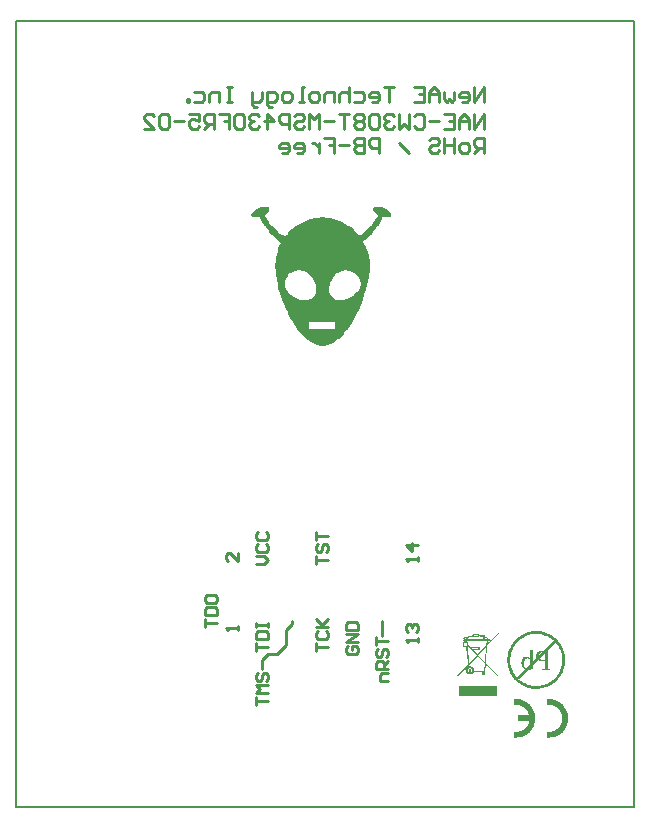
<source format=gbo>
G04 Layer_Color=32896*
%FSLAX25Y25*%
%MOIN*%
G70*
G01*
G75*
%ADD18C,0.01000*%
%ADD20C,0.00500*%
G36*
X278041Y135877D02*
X278516Y135820D01*
X278967Y135727D01*
X279395Y135600D01*
X279800Y135461D01*
X280170Y135299D01*
X280529Y135125D01*
X280841Y134952D01*
X281131Y134778D01*
X281385Y134605D01*
X281605Y134443D01*
X281790Y134304D01*
X281929Y134177D01*
X282033Y134084D01*
X282102Y134026D01*
X282126Y134003D01*
X282461Y133644D01*
X282750Y133263D01*
X283005Y132881D01*
X283213Y132499D01*
X283398Y132106D01*
X283549Y131735D01*
X283676Y131365D01*
X283780Y131018D01*
X283850Y130694D01*
X283907Y130393D01*
X283954Y130127D01*
X283977Y129896D01*
X283988Y129792D01*
X284000Y129699D01*
Y129630D01*
X284012Y129560D01*
Y129514D01*
Y129479D01*
Y129456D01*
Y129445D01*
X283988Y128958D01*
X283931Y128484D01*
X283838Y128033D01*
X283711Y127605D01*
X283572Y127200D01*
X283410Y126830D01*
X283248Y126483D01*
X283063Y126159D01*
X282889Y125881D01*
X282727Y125626D01*
X282565Y125407D01*
X282415Y125221D01*
X282299Y125083D01*
X282207Y124967D01*
X282149Y124909D01*
X282126Y124886D01*
X281767Y124550D01*
X281385Y124261D01*
X281003Y124007D01*
X280610Y123798D01*
X280228Y123613D01*
X279846Y123463D01*
X279476Y123336D01*
X279129Y123231D01*
X278805Y123162D01*
X278504Y123104D01*
X278238Y123058D01*
X278007Y123035D01*
X277903Y123023D01*
X277810Y123012D01*
X277741D01*
X277671Y123000D01*
X277312D01*
X277208Y123012D01*
X277023D01*
X276965Y123023D01*
X276908D01*
Y124978D01*
X277127Y124955D01*
X277243Y124944D01*
X277336D01*
X277428Y124932D01*
X277555D01*
X277903Y124944D01*
X278227Y124990D01*
X278539Y125059D01*
X278840Y125141D01*
X279117Y125233D01*
X279384Y125349D01*
X279626Y125464D01*
X279846Y125592D01*
X280055Y125719D01*
X280228Y125835D01*
X280379Y125950D01*
X280506Y126043D01*
X280610Y126136D01*
X280691Y126193D01*
X280737Y126240D01*
X280749Y126251D01*
X280980Y126506D01*
X281189Y126772D01*
X281362Y127038D01*
X281512Y127316D01*
X281640Y127582D01*
X281744Y127848D01*
X281836Y128102D01*
X281906Y128345D01*
X281952Y128577D01*
X281998Y128785D01*
X282021Y128970D01*
X282045Y129132D01*
X282056Y129259D01*
X282068Y129364D01*
Y129421D01*
Y129445D01*
X282056Y129792D01*
X282010Y130116D01*
X281941Y130439D01*
X281859Y130740D01*
X281767Y131018D01*
X281651Y131284D01*
X281536Y131527D01*
X281408Y131747D01*
X281281Y131944D01*
X281165Y132117D01*
X281050Y132279D01*
X280957Y132406D01*
X280865Y132499D01*
X280807Y132580D01*
X280760Y132626D01*
X280749Y132638D01*
X280494Y132869D01*
X280228Y133078D01*
X279962Y133251D01*
X279684Y133413D01*
X279418Y133540D01*
X279152Y133644D01*
X278898Y133737D01*
X278655Y133806D01*
X278423Y133853D01*
X278215Y133899D01*
X278030Y133934D01*
X277868Y133945D01*
X277741Y133957D01*
X277637Y133968D01*
X277555D01*
X277312Y133957D01*
X277208D01*
X277104Y133945D01*
X277023Y133934D01*
X276965D01*
X276919Y133922D01*
X276908D01*
Y135866D01*
X277127Y135889D01*
X277232D01*
X277336Y135900D01*
X277555D01*
X278041Y135877D01*
D02*
G37*
G36*
X267073D02*
X267547Y135820D01*
X267999Y135727D01*
X268427Y135600D01*
X268832Y135461D01*
X269202Y135299D01*
X269549Y135125D01*
X269873Y134952D01*
X270151Y134778D01*
X270405Y134605D01*
X270625Y134443D01*
X270810Y134304D01*
X270949Y134177D01*
X271065Y134084D01*
X271123Y134026D01*
X271146Y134003D01*
X271481Y133644D01*
X271771Y133263D01*
X272025Y132881D01*
X272233Y132499D01*
X272418Y132106D01*
X272569Y131735D01*
X272696Y131365D01*
X272800Y131018D01*
X272870Y130694D01*
X272927Y130393D01*
X272974Y130127D01*
X272997Y129896D01*
X273008Y129792D01*
X273020Y129699D01*
Y129630D01*
X273032Y129560D01*
Y129514D01*
Y129479D01*
Y129456D01*
Y129445D01*
X273008Y128958D01*
X272951Y128484D01*
X272858Y128033D01*
X272731Y127605D01*
X272592Y127200D01*
X272430Y126830D01*
X272268Y126483D01*
X272083Y126159D01*
X271909Y125881D01*
X271747Y125626D01*
X271585Y125407D01*
X271435Y125221D01*
X271319Y125083D01*
X271227Y124967D01*
X271169Y124909D01*
X271146Y124886D01*
X270787Y124550D01*
X270405Y124261D01*
X270023Y124007D01*
X269642Y123798D01*
X269248Y123613D01*
X268878Y123463D01*
X268508Y123336D01*
X268161Y123231D01*
X267837Y123162D01*
X267536Y123104D01*
X267270Y123058D01*
X267038Y123035D01*
X266934Y123023D01*
X266842Y123012D01*
X266772D01*
X266703Y123000D01*
X266344D01*
X266240Y123012D01*
X266055D01*
X265997Y123023D01*
X265939D01*
X265951Y124978D01*
X266171Y124955D01*
X266275Y124944D01*
X266379D01*
X266460Y124932D01*
X266587D01*
X266876Y124944D01*
X267166Y124978D01*
X267443Y125025D01*
X267698Y125083D01*
X267952Y125164D01*
X268184Y125245D01*
X268404Y125337D01*
X268600Y125430D01*
X268785Y125522D01*
X268947Y125615D01*
X269086Y125696D01*
X269202Y125777D01*
X269295Y125835D01*
X269364Y125881D01*
X269410Y125916D01*
X269422Y125927D01*
X269642Y126124D01*
X269850Y126321D01*
X270023Y126529D01*
X270185Y126749D01*
X270336Y126957D01*
X270463Y127177D01*
X270579Y127385D01*
X270671Y127582D01*
X270752Y127767D01*
X270822Y127940D01*
X270880Y128091D01*
X270926Y128230D01*
X270961Y128334D01*
X270984Y128415D01*
X270995Y128461D01*
Y128484D01*
X267224D01*
Y130416D01*
X270995D01*
X270926Y130706D01*
X270833Y130972D01*
X270729Y131238D01*
X270614Y131481D01*
X270486Y131701D01*
X270359Y131909D01*
X270220Y132106D01*
X270093Y132279D01*
X269966Y132441D01*
X269838Y132580D01*
X269734Y132696D01*
X269630Y132788D01*
X269549Y132869D01*
X269491Y132927D01*
X269445Y132962D01*
X269433Y132973D01*
X269190Y133147D01*
X268947Y133297D01*
X268705Y133436D01*
X268461Y133552D01*
X268218Y133644D01*
X267987Y133725D01*
X267756Y133795D01*
X267536Y133841D01*
X267339Y133887D01*
X267154Y133911D01*
X266992Y133934D01*
X266853Y133957D01*
X266738D01*
X266657Y133968D01*
X266587D01*
X266344Y133957D01*
X266240D01*
X266136Y133945D01*
X266055Y133934D01*
X265997D01*
X265951Y133922D01*
X265939D01*
Y135866D01*
X266078Y135877D01*
X266194Y135889D01*
X266309D01*
X266402Y135900D01*
X266587D01*
X267073Y135877D01*
D02*
G37*
G36*
X273698Y158573D02*
X274068Y158550D01*
X274427Y158515D01*
X274774Y158457D01*
X275121Y158399D01*
X275445Y158318D01*
X276093Y158145D01*
X276694Y157925D01*
X277261Y157682D01*
X277782Y157428D01*
X278025Y157300D01*
X278256Y157161D01*
X278476Y157034D01*
X278684Y156895D01*
X278881Y156768D01*
X279066Y156641D01*
X279240Y156514D01*
X279402Y156398D01*
X279541Y156282D01*
X279668Y156178D01*
X279784Y156086D01*
X279888Y156005D01*
X279980Y155923D01*
X280050Y155866D01*
X280107Y155808D01*
X280142Y155773D01*
X280165Y155750D01*
X280177Y155738D01*
X280432Y155472D01*
X280674Y155195D01*
X280894Y154917D01*
X281114Y154628D01*
X281299Y154338D01*
X281484Y154061D01*
X281658Y153760D01*
X281808Y153471D01*
X281947Y153181D01*
X282086Y152892D01*
X282306Y152325D01*
X282503Y151781D01*
X282641Y151261D01*
X282769Y150763D01*
X282815Y150532D01*
X282850Y150312D01*
X282884Y150115D01*
X282919Y149919D01*
X282942Y149734D01*
X282954Y149572D01*
X282965Y149421D01*
X282977Y149294D01*
X282988Y149178D01*
Y149074D01*
X283000Y149005D01*
Y148947D01*
Y148912D01*
Y148900D01*
X282988Y148530D01*
X282965Y148160D01*
X282931Y147801D01*
X282873Y147454D01*
X282815Y147107D01*
X282734Y146783D01*
X282560Y146135D01*
X282341Y145534D01*
X282109Y144967D01*
X281855Y144446D01*
X281716Y144203D01*
X281589Y143972D01*
X281461Y143752D01*
X281322Y143544D01*
X281195Y143347D01*
X281068Y143162D01*
X280952Y142988D01*
X280836Y142826D01*
X280721Y142687D01*
X280617Y142560D01*
X280524Y142445D01*
X280432Y142340D01*
X280362Y142248D01*
X280293Y142178D01*
X280246Y142121D01*
X280212Y142086D01*
X280188Y142063D01*
X280177Y142051D01*
X279911Y141797D01*
X279633Y141554D01*
X279356Y141322D01*
X279066Y141114D01*
X278777Y140917D01*
X278488Y140732D01*
X278199Y140570D01*
X277909Y140408D01*
X277620Y140269D01*
X277331Y140142D01*
X276764Y139911D01*
X276208Y139725D01*
X275688Y139575D01*
X275202Y139459D01*
X274970Y139402D01*
X274751Y139367D01*
X274542Y139332D01*
X274346Y139309D01*
X274161Y139274D01*
X273998Y139263D01*
X273848Y139251D01*
X273721Y139240D01*
X273605Y139228D01*
X273501D01*
X273432Y139216D01*
X273327D01*
X272957Y139228D01*
X272587Y139251D01*
X272228Y139286D01*
X271881Y139344D01*
X271546Y139402D01*
X271210Y139483D01*
X270574Y139656D01*
X269972Y139876D01*
X269405Y140119D01*
X268885Y140374D01*
X268642Y140501D01*
X268410Y140640D01*
X268190Y140767D01*
X267982Y140894D01*
X267785Y141033D01*
X267600Y141160D01*
X267427Y141276D01*
X267265Y141392D01*
X267126Y141507D01*
X266999Y141611D01*
X266883Y141704D01*
X266779Y141785D01*
X266686Y141866D01*
X266617Y141935D01*
X266559Y141982D01*
X266524Y142016D01*
X266501Y142040D01*
X266490Y142051D01*
X266235Y142317D01*
X265992Y142595D01*
X265761Y142873D01*
X265552Y143162D01*
X265356Y143451D01*
X265171Y143740D01*
X264997Y144030D01*
X264847Y144319D01*
X264696Y144608D01*
X264569Y144897D01*
X264338Y145464D01*
X264153Y146020D01*
X264002Y146540D01*
X263886Y147026D01*
X263828Y147258D01*
X263794Y147477D01*
X263759Y147686D01*
X263724Y147882D01*
X263701Y148067D01*
X263690Y148230D01*
X263678Y148380D01*
X263667Y148507D01*
X263655Y148623D01*
X263643Y148727D01*
Y148796D01*
Y148854D01*
Y148889D01*
Y148900D01*
X263655Y149271D01*
X263678Y149641D01*
X263713Y150000D01*
X263771Y150347D01*
X263828Y150682D01*
X263910Y151018D01*
X264083Y151654D01*
X264303Y152256D01*
X264546Y152823D01*
X264800Y153343D01*
X264928Y153586D01*
X265067Y153818D01*
X265194Y154038D01*
X265333Y154246D01*
X265460Y154443D01*
X265587Y154628D01*
X265714Y154801D01*
X265830Y154963D01*
X265946Y155102D01*
X266050Y155229D01*
X266143Y155345D01*
X266224Y155449D01*
X266304Y155542D01*
X266362Y155611D01*
X266420Y155669D01*
X266455Y155704D01*
X266478Y155727D01*
X266490Y155738D01*
X266756Y155993D01*
X267033Y156236D01*
X267311Y156467D01*
X267600Y156676D01*
X267890Y156872D01*
X268167Y157057D01*
X268468Y157231D01*
X268757Y157381D01*
X269047Y157532D01*
X269336Y157659D01*
X269903Y157890D01*
X270446Y158076D01*
X270967Y158226D01*
X271465Y158342D01*
X271696Y158399D01*
X271916Y158434D01*
X272113Y158469D01*
X272309Y158504D01*
X272494Y158527D01*
X272656Y158538D01*
X272807Y158550D01*
X272934Y158562D01*
X273050Y158573D01*
X273154Y158585D01*
X273327D01*
X273698Y158573D01*
D02*
G37*
G36*
X261000Y157722D02*
X257078Y153638D01*
X256962Y152539D01*
X256719Y149866D01*
X256522Y147945D01*
X260722Y143630D01*
X260433Y143352D01*
X256488Y147401D01*
X256256Y144914D01*
X256129D01*
Y143965D01*
X255250D01*
Y144914D01*
X252531D01*
X252427Y144729D01*
X252299Y144544D01*
X252103Y144335D01*
X251848Y144162D01*
X251559Y144069D01*
X251281Y144035D01*
X250992Y144046D01*
X250784Y144104D01*
X250541Y144208D01*
X250332Y144335D01*
X250170Y144497D01*
X250009Y144729D01*
X249893Y144983D01*
X249823Y145226D01*
X249800Y145423D01*
X249823Y145666D01*
X249858Y145851D01*
X249927Y146025D01*
X250032Y146221D01*
X250147Y146383D01*
X250309Y146534D01*
X250483Y146649D01*
X250645Y146730D01*
X250622Y146939D01*
X247162Y143352D01*
X246873Y143641D01*
X250587Y147482D01*
X250286Y150838D01*
X250078Y153267D01*
X248967D01*
Y154829D01*
X249256D01*
X246445Y157722D01*
X246734Y158000D01*
X249384Y155269D01*
Y155466D01*
X249326Y155512D01*
X249256Y155558D01*
X249187Y155628D01*
X249118Y155709D01*
X249083Y155813D01*
X249048Y155905D01*
X249037Y156021D01*
X249060Y156172D01*
X249095Y156253D01*
X249199Y156414D01*
X249314Y156519D01*
X249465Y156588D01*
X249627Y156611D01*
X249789Y156588D01*
X249927Y156530D01*
X250043Y156461D01*
X250101Y156391D01*
X250205Y156484D01*
X250379Y156600D01*
X250587Y156704D01*
X250888Y156819D01*
X251212Y156912D01*
X251536Y156981D01*
X251883Y157039D01*
X252161Y157074D01*
Y157421D01*
X254382D01*
Y157120D01*
X254556D01*
X254845Y157086D01*
X255146Y157051D01*
X255435Y157004D01*
Y157190D01*
X256395D01*
Y156738D01*
X256511Y156681D01*
X256661Y156611D01*
X256835Y156507D01*
X256974Y156414D01*
X257101Y156299D01*
X257193Y156218D01*
X257251Y156137D01*
X257298Y156044D01*
X257275Y155882D01*
X257830D01*
Y155176D01*
X257217D01*
X257124Y154262D01*
X260711Y158000D01*
X261000Y157722D01*
D02*
G37*
G36*
X221161Y299693D02*
X222366D01*
Y299392D01*
X222969D01*
Y299091D01*
X223571D01*
Y298790D01*
X223873D01*
Y298488D01*
X224174D01*
Y298187D01*
X224475D01*
Y297886D01*
X224777D01*
Y297584D01*
Y297283D01*
Y296982D01*
Y296680D01*
X224475D01*
Y296379D01*
X222065D01*
Y296078D01*
Y295777D01*
X221764D01*
Y295475D01*
X221462D01*
Y295174D01*
Y294873D01*
X221161D01*
Y294571D01*
Y294270D01*
X220860D01*
Y293969D01*
Y293668D01*
X220558D01*
Y293366D01*
X220257D01*
Y293065D01*
X219956D01*
Y292764D01*
Y292462D01*
X219654D01*
Y292161D01*
X219353D01*
Y291860D01*
X219052D01*
Y291558D01*
Y291257D01*
X218751D01*
Y290956D01*
X218449D01*
Y290655D01*
X218148D01*
Y290353D01*
X217847D01*
Y290052D01*
X217545D01*
Y289751D01*
X217244D01*
Y289449D01*
X216943D01*
Y289148D01*
X216642D01*
Y288847D01*
X216039D01*
Y288545D01*
X215738D01*
Y288244D01*
Y287943D01*
X216039D01*
Y287642D01*
Y287340D01*
X216340D01*
Y287039D01*
Y286738D01*
X216642D01*
Y286436D01*
Y286135D01*
Y285834D01*
X216943D01*
Y285532D01*
Y285231D01*
X217244D01*
Y284930D01*
Y284629D01*
Y284327D01*
Y284026D01*
X217545D01*
Y283725D01*
Y283423D01*
Y283122D01*
Y282821D01*
Y282520D01*
X217847D01*
Y282218D01*
Y281917D01*
Y281616D01*
Y281314D01*
Y281013D01*
Y280712D01*
Y280410D01*
Y280109D01*
Y279808D01*
Y279506D01*
Y279205D01*
Y278904D01*
Y278603D01*
Y278301D01*
Y278000D01*
Y277699D01*
X217545D01*
Y277397D01*
Y277096D01*
Y276795D01*
Y276494D01*
Y276192D01*
Y275891D01*
X217244D01*
Y275590D01*
Y275288D01*
Y274987D01*
Y274686D01*
Y274384D01*
X216943D01*
Y274083D01*
Y273782D01*
Y273481D01*
Y273179D01*
X216642D01*
Y272878D01*
Y272577D01*
Y272275D01*
Y271974D01*
X216340D01*
Y271673D01*
Y271371D01*
Y271070D01*
X216039D01*
Y270769D01*
Y270467D01*
Y270166D01*
Y269865D01*
X215738D01*
Y269564D01*
Y269262D01*
X215436D01*
Y268961D01*
Y268660D01*
Y268358D01*
X215135D01*
Y268057D01*
Y267756D01*
Y267455D01*
X214834D01*
Y267153D01*
Y266852D01*
X214532D01*
Y266551D01*
Y266249D01*
Y265948D01*
X214231D01*
Y265647D01*
Y265346D01*
X213930D01*
Y265044D01*
Y264743D01*
X213629D01*
Y264442D01*
Y264140D01*
X213327D01*
Y263839D01*
Y263538D01*
X213026D01*
Y263236D01*
Y262935D01*
X212725D01*
Y262634D01*
Y262333D01*
X212423D01*
Y262031D01*
X212122D01*
Y261730D01*
Y261429D01*
X211821D01*
Y261127D01*
Y260826D01*
X211520D01*
Y260525D01*
X211218D01*
Y260223D01*
Y259922D01*
X210917D01*
Y259621D01*
X210616D01*
Y259319D01*
Y259018D01*
X210314D01*
Y258717D01*
X210013D01*
Y258416D01*
X209712D01*
Y258114D01*
X209410D01*
Y257813D01*
X209109D01*
Y257512D01*
Y257210D01*
X208808D01*
Y256909D01*
X208506D01*
Y256608D01*
X208205D01*
Y256307D01*
X207904D01*
Y256005D01*
X207301D01*
Y255704D01*
X207000D01*
Y255403D01*
X206699D01*
Y255101D01*
X206096D01*
Y254800D01*
X205795D01*
Y254499D01*
X205192D01*
Y254197D01*
X204288D01*
Y253896D01*
X203384D01*
Y253595D01*
X200974D01*
Y253896D01*
X199769D01*
Y254197D01*
X199166D01*
Y254499D01*
X198564D01*
Y254800D01*
X197961D01*
Y255101D01*
X197660D01*
Y255403D01*
X197057D01*
Y255704D01*
X196756D01*
Y256005D01*
X196455D01*
Y256307D01*
X196153D01*
Y256608D01*
X195852D01*
Y256909D01*
X195551D01*
Y257210D01*
X195249D01*
Y257512D01*
X194948D01*
Y257813D01*
X194647D01*
Y258114D01*
X194345D01*
Y258416D01*
X194044D01*
Y258717D01*
Y259018D01*
X193743D01*
Y259319D01*
X193442D01*
Y259621D01*
X193140D01*
Y259922D01*
Y260223D01*
X192839D01*
Y260525D01*
X192538D01*
Y260826D01*
Y261127D01*
X192236D01*
Y261429D01*
Y261730D01*
X191935D01*
Y262031D01*
X191634D01*
Y262333D01*
Y262634D01*
X191332D01*
Y262935D01*
Y263236D01*
X191031D01*
Y263538D01*
Y263839D01*
X190730D01*
Y264140D01*
Y264442D01*
X190429D01*
Y264743D01*
Y265044D01*
X190127D01*
Y265346D01*
Y265647D01*
X189826D01*
Y265948D01*
Y266249D01*
X189525D01*
Y266551D01*
Y266852D01*
Y267153D01*
X189223D01*
Y267455D01*
Y267756D01*
X188922D01*
Y268057D01*
Y268358D01*
Y268660D01*
X188621D01*
Y268961D01*
Y269262D01*
Y269564D01*
X188320D01*
Y269865D01*
Y270166D01*
Y270467D01*
X188018D01*
Y270769D01*
Y271070D01*
Y271371D01*
X187717D01*
Y271673D01*
Y271974D01*
Y272275D01*
X187416D01*
Y272577D01*
Y272878D01*
Y273179D01*
Y273481D01*
X187114D01*
Y273782D01*
Y274083D01*
Y274384D01*
Y274686D01*
Y274987D01*
X186813D01*
Y275288D01*
Y275590D01*
Y275891D01*
Y276192D01*
Y276494D01*
X186512D01*
Y276795D01*
Y277096D01*
Y277397D01*
Y277699D01*
Y278000D01*
Y278301D01*
Y278603D01*
Y278904D01*
Y279205D01*
X186210D01*
Y279506D01*
Y279808D01*
Y280109D01*
Y280410D01*
Y280712D01*
Y281013D01*
Y281314D01*
X186512D01*
Y281616D01*
Y281917D01*
Y282218D01*
Y282520D01*
Y282821D01*
Y283122D01*
Y283423D01*
X186813D01*
Y283725D01*
Y284026D01*
Y284327D01*
Y284629D01*
X187114D01*
Y284930D01*
Y285231D01*
Y285532D01*
X187416D01*
Y285834D01*
Y286135D01*
Y286436D01*
X187717D01*
Y286738D01*
Y287039D01*
X188018D01*
Y287340D01*
Y287642D01*
X188320D01*
Y287943D01*
X188018D01*
Y288244D01*
X187717D01*
Y288545D01*
X187114D01*
Y288847D01*
X186813D01*
Y289148D01*
X186512D01*
Y289449D01*
X186210D01*
Y289751D01*
X185909D01*
Y290052D01*
X185608D01*
Y290353D01*
X185307D01*
Y290655D01*
X185005D01*
Y290956D01*
X184704D01*
Y291257D01*
X184403D01*
Y291558D01*
X184101D01*
Y291860D01*
Y292161D01*
X183800D01*
Y292462D01*
X183499D01*
Y292764D01*
X183197D01*
Y293065D01*
Y293366D01*
X182896D01*
Y293668D01*
X182595D01*
Y293969D01*
Y294270D01*
X182293D01*
Y294571D01*
X181992D01*
Y294873D01*
Y295174D01*
X181691D01*
Y295475D01*
Y295777D01*
X181390D01*
Y296078D01*
Y296379D01*
X178678D01*
Y296680D01*
Y296982D01*
X178377D01*
Y297283D01*
Y297584D01*
X178678D01*
Y297886D01*
X178979D01*
Y298187D01*
X179280D01*
Y298488D01*
X179582D01*
Y298790D01*
X179883D01*
Y299091D01*
X180486D01*
Y299392D01*
X181088D01*
Y299693D01*
X182293D01*
Y299995D01*
X183499D01*
Y299693D01*
X184101D01*
Y299392D01*
X184403D01*
Y299091D01*
Y298790D01*
X184101D01*
Y298488D01*
Y298187D01*
X183800D01*
Y297886D01*
X183499D01*
Y297584D01*
X183197D01*
Y297283D01*
X182896D01*
Y296982D01*
Y296680D01*
Y296379D01*
X183197D01*
Y296078D01*
X183499D01*
Y295777D01*
Y295475D01*
X183800D01*
Y295174D01*
X184101D01*
Y294873D01*
Y294571D01*
X184403D01*
Y294270D01*
X184704D01*
Y293969D01*
X185005D01*
Y293668D01*
X185307D01*
Y293366D01*
X185608D01*
Y293065D01*
X185909D01*
Y292764D01*
X186210D01*
Y292462D01*
X186512D01*
Y292161D01*
X186813D01*
Y291860D01*
X187114D01*
Y291558D01*
X187416D01*
Y291257D01*
X187717D01*
Y290956D01*
X188320D01*
Y290655D01*
X188621D01*
Y290353D01*
X189223D01*
Y290052D01*
X189826D01*
Y290353D01*
X190127D01*
Y290655D01*
X190429D01*
Y290956D01*
Y291257D01*
X190730D01*
Y291558D01*
X191031D01*
Y291860D01*
X191332D01*
Y292161D01*
X191634D01*
Y292462D01*
X192236D01*
Y292764D01*
X192538D01*
Y293065D01*
X192839D01*
Y293366D01*
X193442D01*
Y293668D01*
X193743D01*
Y293969D01*
X194345D01*
Y294270D01*
X194948D01*
Y294571D01*
X195551D01*
Y294873D01*
X196153D01*
Y295174D01*
X196756D01*
Y295475D01*
X197660D01*
Y295777D01*
X198865D01*
Y296078D01*
X201275D01*
Y296379D01*
X203083D01*
Y296078D01*
X205192D01*
Y295777D01*
X206397D01*
Y295475D01*
X207301D01*
Y295174D01*
X208205D01*
Y294873D01*
X208808D01*
Y294571D01*
X209410D01*
Y294270D01*
X210013D01*
Y293969D01*
X210314D01*
Y293668D01*
X210917D01*
Y293366D01*
X211218D01*
Y293065D01*
X211821D01*
Y292764D01*
X212122D01*
Y292462D01*
X212423D01*
Y292161D01*
X212725D01*
Y291860D01*
X213026D01*
Y291558D01*
X213327D01*
Y291257D01*
X213629D01*
Y290956D01*
X213930D01*
Y290655D01*
X214231D01*
Y290353D01*
X214834D01*
Y290655D01*
X215135D01*
Y290956D01*
X215436D01*
Y291257D01*
X216039D01*
Y291558D01*
X216340D01*
Y291860D01*
X216642D01*
Y292161D01*
X216943D01*
Y292462D01*
X217244D01*
Y292764D01*
X217545D01*
Y293065D01*
X217847D01*
Y293366D01*
X218148D01*
Y293668D01*
X218449D01*
Y293969D01*
X218751D01*
Y294270D01*
X219052D01*
Y294571D01*
Y294873D01*
X219353D01*
Y295174D01*
X219654D01*
Y295475D01*
Y295777D01*
X219956D01*
Y296078D01*
X220257D01*
Y296379D01*
Y296680D01*
X220558D01*
Y296982D01*
Y297283D01*
X220257D01*
Y297584D01*
X219956D01*
Y297886D01*
X219654D01*
Y298187D01*
X219353D01*
Y298488D01*
X219052D01*
Y298790D01*
Y299091D01*
Y299392D01*
X219353D01*
Y299693D01*
X219956D01*
Y299995D01*
X221161D01*
Y299693D01*
D02*
G37*
G36*
X260155Y140147D02*
Y140089D01*
Y140008D01*
Y139927D01*
Y139835D01*
Y139754D01*
Y139696D01*
Y139684D01*
Y139673D01*
Y139291D01*
Y139106D01*
Y138932D01*
Y138793D01*
Y138678D01*
Y138631D01*
Y138597D01*
Y138585D01*
Y138574D01*
Y138354D01*
Y138157D01*
Y137972D01*
Y137810D01*
Y137671D01*
Y137578D01*
Y137509D01*
Y137497D01*
Y137486D01*
Y137324D01*
Y137208D01*
Y137116D01*
Y137058D01*
Y137023D01*
Y137012D01*
Y137000D01*
X247509D01*
Y137023D01*
Y137081D01*
Y137150D01*
Y137243D01*
Y137336D01*
Y137405D01*
Y137463D01*
Y137486D01*
Y137868D01*
Y138053D01*
Y138215D01*
Y138365D01*
Y138469D01*
Y138516D01*
Y138550D01*
Y138562D01*
Y138574D01*
Y138793D01*
Y139002D01*
Y139187D01*
Y139349D01*
Y139488D01*
Y139592D01*
Y139649D01*
Y139673D01*
Y139765D01*
Y139835D01*
Y139962D01*
Y140055D01*
Y140112D01*
Y140147D01*
Y140159D01*
Y140170D01*
X260155D01*
Y140147D01*
D02*
G37*
%LPC*%
G36*
X279124Y155403D02*
X279118Y155397D01*
X279240Y155287D01*
X279483Y155056D01*
X279124Y155403D01*
D02*
G37*
G36*
X275318Y151596D02*
X275179Y151550D01*
X275051Y151504D01*
X275005Y151481D01*
X274970Y151469D01*
X274947Y151446D01*
X274936D01*
X274832Y151376D01*
X274727Y151295D01*
X274646Y151203D01*
X274577Y151122D01*
X274519Y151041D01*
X274484Y150972D01*
X274461Y150925D01*
X274450Y150914D01*
X274392Y150786D01*
X274357Y150706D01*
X274346Y150648D01*
X274334Y150625D01*
X275318Y151596D01*
D02*
G37*
G36*
X276266Y151168D02*
X274473Y149387D01*
X274531Y149294D01*
X274589Y149224D01*
X274623Y149178D01*
X274635Y149167D01*
X274774Y149039D01*
X274924Y148935D01*
X275063Y148866D01*
X275190Y148820D01*
X275306Y148796D01*
X275398Y148785D01*
X275456Y148773D01*
X275480D01*
X275584Y148785D01*
X275699Y148796D01*
X275746D01*
X275780Y148808D01*
X275815D01*
X275965Y148820D01*
X276116Y148843D01*
X276174Y148854D01*
X276220Y148866D01*
X276255Y148877D01*
X276266D01*
Y151168D01*
D02*
G37*
G36*
X273489Y157613D02*
X273327D01*
X272992Y157601D01*
X272668Y157590D01*
X272344Y157555D01*
X272032Y157509D01*
X271418Y157381D01*
X270840Y157219D01*
X270296Y157023D01*
X269799Y156803D01*
X269324Y156571D01*
X268896Y156340D01*
X268514Y156097D01*
X268329Y155981D01*
X268167Y155866D01*
X268017Y155750D01*
X267878Y155646D01*
X267739Y155553D01*
X267623Y155461D01*
X267519Y155368D01*
X267427Y155287D01*
X267357Y155229D01*
X267288Y155172D01*
X267242Y155114D01*
X267207Y155090D01*
X267184Y155067D01*
X267172Y155056D01*
X266941Y154813D01*
X266721Y154570D01*
X266513Y154315D01*
X266328Y154061D01*
X266154Y153806D01*
X265992Y153540D01*
X265830Y153286D01*
X265691Y153019D01*
X265448Y152499D01*
X265240Y151990D01*
X265067Y151492D01*
X264939Y151029D01*
X264824Y150578D01*
X264754Y150173D01*
X264719Y149988D01*
X264696Y149815D01*
X264673Y149653D01*
X264650Y149502D01*
X264638Y149375D01*
X264627Y149248D01*
Y149144D01*
X264615Y149063D01*
Y148993D01*
Y148947D01*
Y148912D01*
Y148900D01*
X264627Y148565D01*
X264638Y148241D01*
X264673Y147917D01*
X264719Y147605D01*
X264847Y146992D01*
X265009Y146413D01*
X265205Y145869D01*
X265425Y145360D01*
X265657Y144897D01*
X265888Y144469D01*
X266131Y144076D01*
X266247Y143902D01*
X266362Y143729D01*
X266478Y143578D01*
X266582Y143439D01*
X266675Y143312D01*
X266767Y143185D01*
X266833Y143112D01*
X266825Y143104D01*
X267002Y142915D01*
X267056Y142849D01*
X267083Y142828D01*
X267134Y142774D01*
X267138Y142769D01*
X267161Y142745D01*
X267172Y142734D01*
X267415Y142502D01*
X267658Y142282D01*
X267913Y142086D01*
X268167Y141889D01*
X268422Y141716D01*
X268688Y141554D01*
X268942Y141403D01*
X269209Y141264D01*
X269729Y141021D01*
X270238Y140813D01*
X270736Y140640D01*
X271199Y140512D01*
X271650Y140397D01*
X272055Y140327D01*
X272240Y140293D01*
X272413Y140269D01*
X272575Y140246D01*
X272726Y140223D01*
X272853Y140211D01*
X272980Y140200D01*
X273084D01*
X273165Y140188D01*
X273327D01*
X273663Y140200D01*
X273987Y140223D01*
X274311Y140246D01*
X274623Y140293D01*
X275237Y140420D01*
X275803Y140582D01*
X276347Y140778D01*
X276856Y140998D01*
X277331Y141230D01*
X277759Y141461D01*
X278141Y141704D01*
X278314Y141820D01*
X278488Y141924D01*
X278638Y142040D01*
X278777Y142144D01*
X278904Y142248D01*
X279031Y142340D01*
X279136Y142421D01*
X279228Y142502D01*
X279298Y142572D01*
X279367Y142630D01*
X279413Y142676D01*
X279448Y142711D01*
X279471Y142722D01*
X279483Y142734D01*
X279714Y142977D01*
X279934Y143220D01*
X280131Y143474D01*
X280327Y143729D01*
X280501Y143995D01*
X280663Y144249D01*
X280825Y144516D01*
X280964Y144782D01*
X281207Y145302D01*
X281415Y145811D01*
X281589Y146309D01*
X281716Y146772D01*
X281820Y147223D01*
X281901Y147628D01*
X281936Y147813D01*
X281959Y147986D01*
X281982Y148149D01*
X282005Y148299D01*
X282017Y148426D01*
X282028Y148553D01*
Y148658D01*
X282040Y148739D01*
Y148808D01*
Y148854D01*
Y148889D01*
Y148900D01*
X282028Y149236D01*
X282005Y149560D01*
X281982Y149884D01*
X281924Y150196D01*
X281808Y150810D01*
X281635Y151388D01*
X281450Y151932D01*
X281230Y152429D01*
X280998Y152904D01*
X280755Y153332D01*
X280524Y153714D01*
X280408Y153899D01*
X280293Y154061D01*
X280177Y154211D01*
X280073Y154350D01*
X279980Y154489D01*
X279876Y154605D01*
X279795Y154709D01*
X279807Y154720D01*
X279495Y155043D01*
X279494Y155044D01*
X279483Y155056D01*
X279495Y155043D01*
X279506Y155021D01*
X279541Y154986D01*
X279587Y154940D01*
X279645Y154871D01*
X279714Y154801D01*
X279795Y154709D01*
X277099Y152013D01*
X278083D01*
Y151839D01*
X277840D01*
X277712Y151828D01*
X277608Y151805D01*
X277504Y151770D01*
X277435Y151735D01*
X277377Y151700D01*
X277331Y151666D01*
X277308Y151643D01*
X277296Y151631D01*
X277250Y151562D01*
X277227Y151458D01*
X277203Y151330D01*
X277180Y151203D01*
Y151076D01*
X277169Y150983D01*
Y150902D01*
Y150891D01*
Y150879D01*
Y146748D01*
Y146563D01*
X277180Y146401D01*
X277192Y146286D01*
X277215Y146193D01*
X277227Y146124D01*
X277250Y146078D01*
X277261Y146054D01*
Y146043D01*
X277342Y145962D01*
X277435Y145892D01*
X277527Y145846D01*
X277620Y145823D01*
X277701Y145800D01*
X277770Y145788D01*
X278083D01*
Y145603D01*
X275341D01*
Y145788D01*
X275584D01*
X275711Y145800D01*
X275815Y145823D01*
X275908Y145846D01*
X275989Y145892D01*
X276046Y145927D01*
X276093Y145950D01*
X276116Y145973D01*
X276127Y145985D01*
X276174Y146066D01*
X276208Y146170D01*
X276232Y146297D01*
X276243Y146425D01*
X276255Y146552D01*
X276266Y146656D01*
Y146725D01*
Y146737D01*
Y146748D01*
Y148600D01*
X276139Y148577D01*
X276023Y148553D01*
X275931Y148542D01*
X275850Y148530D01*
X275780Y148519D01*
X275734Y148507D01*
X275688D01*
X275491Y148484D01*
X275398D01*
X275329Y148472D01*
X275179D01*
X274901Y148484D01*
X274646Y148530D01*
X274427Y148588D01*
X274241Y148646D01*
X274103Y148715D01*
X273998Y148762D01*
X273929Y148808D01*
X273906Y148820D01*
X272159Y147073D01*
Y146020D01*
X272008Y145927D01*
X271858Y145846D01*
X271731Y145777D01*
X271603Y145719D01*
X271511Y145673D01*
X271430Y145638D01*
X271372Y145626D01*
X271361Y145615D01*
X271222Y145568D01*
X271094Y145534D01*
X270956Y145510D01*
X270840Y145499D01*
X270747Y145487D01*
X270666Y145476D01*
X270562D01*
X267508Y142421D01*
X267161Y142745D01*
X267134Y142774D01*
X267114Y142803D01*
X267083Y142828D01*
X267002Y142915D01*
X266999Y142919D01*
X266941Y142988D01*
X266860Y143081D01*
X266833Y143112D01*
X269509Y145788D01*
X269371Y145881D01*
X269243Y145973D01*
X269197Y146020D01*
X269162Y146054D01*
X269139Y146066D01*
X269128Y146078D01*
X268989Y146216D01*
X268873Y146355D01*
X268769Y146506D01*
X268688Y146668D01*
X268607Y146818D01*
X268549Y146968D01*
X268457Y147269D01*
X268422Y147408D01*
X268399Y147524D01*
X268387Y147639D01*
X268375Y147744D01*
X268364Y147813D01*
Y147882D01*
Y147917D01*
Y147929D01*
Y148114D01*
X268387Y148287D01*
X268445Y148588D01*
X268526Y148866D01*
X268561Y148981D01*
X268607Y149086D01*
X268653Y149178D01*
X268700Y149259D01*
X268746Y149329D01*
X268780Y149387D01*
X268815Y149433D01*
X268838Y149468D01*
X268850Y149479D01*
X268862Y149491D01*
X268954Y149595D01*
X269058Y149687D01*
X269151Y149757D01*
X269255Y149826D01*
X269451Y149930D01*
X269625Y150000D01*
X269787Y150034D01*
X269903Y150057D01*
X269949Y150069D01*
X270019D01*
X270157Y150057D01*
X270285Y150034D01*
X270412Y149988D01*
X270539Y149930D01*
X270771Y149791D01*
X270979Y149629D01*
X271141Y149468D01*
X271210Y149398D01*
X271268Y149329D01*
X271314Y149271D01*
X271349Y149224D01*
X271372Y149201D01*
X271384Y149190D01*
Y152325D01*
X271592D01*
X272888Y151793D01*
X272818Y151631D01*
X272691Y151677D01*
X272587Y151689D01*
X272518Y151700D01*
X272494D01*
X272413Y151689D01*
X272356Y151677D01*
X272309Y151654D01*
X272298Y151643D01*
X272252Y151573D01*
X272217Y151504D01*
X272205Y151434D01*
X272194Y151423D01*
Y151411D01*
X272182Y151376D01*
Y151319D01*
X272170Y151203D01*
Y151053D01*
X272159Y150891D01*
Y150752D01*
Y150625D01*
Y150578D01*
Y150543D01*
Y150520D01*
Y150509D01*
Y148438D01*
X273304Y149595D01*
X273247Y149815D01*
X273223Y149930D01*
X273212Y150023D01*
X273200Y150115D01*
Y150185D01*
Y150231D01*
Y150243D01*
X273212Y150451D01*
X273258Y150636D01*
X273304Y150810D01*
X273374Y150948D01*
X273432Y151076D01*
X273489Y151157D01*
X273536Y151215D01*
X273547Y151238D01*
X273686Y151388D01*
X273825Y151515D01*
X273964Y151620D01*
X274091Y151700D01*
X274207Y151758D01*
X274299Y151805D01*
X274357Y151828D01*
X274380Y151839D01*
X274589Y151897D01*
X274808Y151944D01*
X275028Y151967D01*
X275248Y151990D01*
X275445Y152001D01*
X275526Y152013D01*
X275734D01*
X279118Y155397D01*
X278997Y155507D01*
X278742Y155715D01*
X278488Y155900D01*
X278222Y156074D01*
X277967Y156236D01*
X277701Y156398D01*
X277446Y156537D01*
X276926Y156780D01*
X276417Y156988D01*
X275919Y157161D01*
X275445Y157289D01*
X275005Y157404D01*
X274600Y157474D01*
X274415Y157509D01*
X274241Y157532D01*
X274079Y157555D01*
X273929Y157578D01*
X273790Y157590D01*
X273675Y157601D01*
X273570D01*
X273489Y157613D01*
D02*
G37*
G36*
X270481Y149387D02*
X270389D01*
X270215Y149363D01*
X270065Y149317D01*
X269926Y149248D01*
X269799Y149167D01*
X269694Y149086D01*
X269625Y149016D01*
X269567Y148970D01*
X269556Y148947D01*
X269428Y148762D01*
X269336Y148553D01*
X269266Y148345D01*
X269220Y148137D01*
X269197Y147952D01*
X269185Y147871D01*
X269174Y147801D01*
Y147744D01*
Y147697D01*
Y147674D01*
Y147663D01*
X269185Y147350D01*
X269232Y147073D01*
X269290Y146829D01*
X269359Y146644D01*
X269440Y146494D01*
X269498Y146390D01*
X269544Y146320D01*
X269556Y146297D01*
X269625Y146193D01*
X269694Y146124D01*
X269752Y146066D01*
X269764Y146054D01*
X269776D01*
X271384Y147651D01*
Y148889D01*
X271268Y148993D01*
X271176Y149074D01*
X271083Y149132D01*
X271013Y149190D01*
X270956Y149224D01*
X270921Y149248D01*
X270898Y149271D01*
X270886D01*
X270701Y149340D01*
X270620Y149363D01*
X270539Y149375D01*
X270481Y149387D01*
D02*
G37*
G36*
X254023Y152689D02*
X251941D01*
Y152562D01*
X254023D01*
Y152689D01*
D02*
G37*
G36*
X249685Y156206D02*
X249650D01*
X249580Y156195D01*
X249534Y156172D01*
X249488Y156148D01*
X249465Y156114D01*
X249442Y156044D01*
Y156021D01*
Y156009D01*
X249453Y155940D01*
X249476Y155894D01*
X249511Y155859D01*
X249546Y155836D01*
X249615Y155813D01*
X249650D01*
X249719Y155824D01*
X249765Y155848D01*
X249800Y155871D01*
X249823Y155917D01*
X249847Y155975D01*
Y155998D01*
Y156009D01*
X249835Y156079D01*
X249812Y156125D01*
X249789Y156160D01*
X249742Y156183D01*
X249685Y156206D01*
D02*
G37*
G36*
X250147Y154436D02*
X249372D01*
Y153672D01*
X250147D01*
Y154436D01*
D02*
G37*
G36*
X256812Y155176D02*
X250332D01*
X250367Y154829D01*
X250541D01*
Y154089D01*
X251513Y153094D01*
X254428D01*
Y152168D01*
X252415D01*
X253757Y150780D01*
X256684Y153823D01*
X256812Y155176D01*
D02*
G37*
G36*
X251293Y146152D02*
X251223D01*
X251096Y146140D01*
X250992Y146117D01*
X250899Y146082D01*
X250818Y146048D01*
X250749Y145990D01*
X250703Y145932D01*
X250610Y145805D01*
X250564Y145666D01*
X250541Y145562D01*
X250529Y145516D01*
Y145481D01*
Y145458D01*
Y145446D01*
X250541Y145319D01*
X250564Y145215D01*
X250599Y145122D01*
X250633Y145041D01*
X250691Y144983D01*
X250749Y144925D01*
X250876Y144844D01*
X251004Y144787D01*
X251119Y144764D01*
X251154Y144752D01*
X251223D01*
X251351Y144764D01*
X251455Y144787D01*
X251547Y144821D01*
X251628Y144856D01*
X251698Y144914D01*
X251756Y144972D01*
X251837Y145099D01*
X251894Y145226D01*
X251918Y145342D01*
X251929Y145377D01*
Y145411D01*
Y145434D01*
Y145446D01*
X251918Y145573D01*
X251894Y145677D01*
X251860Y145770D01*
X251813Y145851D01*
X251767Y145921D01*
X251709Y145978D01*
X251570Y146059D01*
X251443Y146117D01*
X251327Y146140D01*
X251293Y146152D01*
D02*
G37*
G36*
X255736Y144925D02*
X255643D01*
Y144359D01*
X255736D01*
Y144925D01*
D02*
G37*
G36*
X253757Y150201D02*
X251004Y147344D01*
X251050Y146846D01*
X251235Y146858D01*
X251443Y146846D01*
X251698Y146777D01*
X251941Y146649D01*
X252126Y146522D01*
X252299Y146349D01*
X252450Y146129D01*
X252577Y145851D01*
X252635Y145539D01*
X252623Y145330D01*
X255886D01*
X256118Y147772D01*
X253757Y150201D01*
D02*
G37*
G36*
X256627Y153175D02*
X254035Y150491D01*
X256164Y148304D01*
X256627Y153175D01*
D02*
G37*
G36*
X250541Y153510D02*
Y153267D01*
X250494D01*
X250957Y147876D01*
X253480Y150491D01*
X251848Y152168D01*
X251513D01*
Y152504D01*
X250541Y153510D01*
D02*
G37*
G36*
X256395Y156276D02*
Y155882D01*
X256870D01*
X256881Y155952D01*
X256765Y156067D01*
X256615Y156172D01*
X256395Y156276D01*
D02*
G37*
G36*
X254382Y156704D02*
Y156391D01*
X252161D01*
Y156657D01*
X251698Y156588D01*
X251281Y156484D01*
X250934Y156391D01*
X250656Y156264D01*
X250437Y156137D01*
X250275Y155986D01*
Y155882D01*
X255435D01*
Y156565D01*
X255122Y156623D01*
X254775Y156669D01*
X254382Y156704D01*
D02*
G37*
G36*
X253965Y157028D02*
X252554D01*
Y156796D01*
X253965D01*
Y157028D01*
D02*
G37*
G36*
X256002Y156796D02*
X255840D01*
Y156264D01*
X255990D01*
X256002Y156796D01*
D02*
G37*
%LPD*%
G36*
X251385Y145897D02*
X251501Y145851D01*
X251582Y145770D01*
X251640Y145689D01*
X251675Y145597D01*
X251686Y145516D01*
X251698Y145469D01*
Y145446D01*
X251675Y145296D01*
X251628Y145180D01*
X251547Y145099D01*
X251455Y145041D01*
X251374Y145006D01*
X251293Y144995D01*
X251247Y144983D01*
X251223D01*
X251073Y145006D01*
X250957Y145053D01*
X250876Y145134D01*
X250818Y145215D01*
X250784Y145296D01*
X250772Y145377D01*
X250761Y145423D01*
Y145446D01*
X250784Y145608D01*
X250830Y145724D01*
X250911Y145805D01*
X250992Y145863D01*
X251073Y145897D01*
X251154Y145909D01*
X251200Y145921D01*
X251223D01*
X251385Y145897D01*
D02*
G37*
%LPC*%
G36*
X251235Y145516D02*
X251223D01*
X251177Y145504D01*
X251166Y145481D01*
X251154Y145458D01*
Y145446D01*
X251166Y145411D01*
X251189Y145388D01*
X251212Y145377D01*
X251223D01*
X251258Y145388D01*
X251281Y145411D01*
X251293Y145434D01*
Y145446D01*
X251281Y145492D01*
X251258Y145504D01*
X251235Y145516D01*
D02*
G37*
G36*
X206096Y261429D02*
X197660D01*
Y261127D01*
Y260826D01*
Y260525D01*
Y260223D01*
Y259922D01*
Y259621D01*
Y259319D01*
X206096D01*
Y259621D01*
X206397D01*
Y259922D01*
Y260223D01*
Y260525D01*
Y260826D01*
Y261127D01*
X206096D01*
Y261429D01*
D02*
G37*
G36*
X210314Y278904D02*
X209109D01*
Y278603D01*
X208205D01*
Y278301D01*
X207603D01*
Y278000D01*
X207000D01*
Y277699D01*
X206699D01*
Y277397D01*
X206397D01*
Y277096D01*
X206096D01*
Y276795D01*
X205795D01*
Y276494D01*
X205493D01*
Y276192D01*
Y275891D01*
X205192D01*
Y275590D01*
Y275288D01*
X204891D01*
Y274987D01*
Y274686D01*
X204590D01*
Y274384D01*
Y274083D01*
Y273782D01*
Y273481D01*
X204288D01*
Y273179D01*
Y272878D01*
Y272577D01*
Y272275D01*
Y271974D01*
Y271673D01*
Y271371D01*
Y271070D01*
X204590D01*
Y270769D01*
Y270467D01*
X204891D01*
Y270166D01*
X205192D01*
Y269865D01*
X205493D01*
Y269564D01*
X205795D01*
Y269262D01*
X206397D01*
Y268961D01*
X209712D01*
Y269262D01*
X210616D01*
Y269564D01*
X211218D01*
Y269865D01*
X211821D01*
Y270166D01*
X212423D01*
Y270467D01*
X212725D01*
Y270769D01*
X213026D01*
Y271070D01*
X213327D01*
Y271371D01*
X213629D01*
Y271673D01*
X213930D01*
Y271974D01*
X214231D01*
Y272275D01*
Y272577D01*
X214532D01*
Y272878D01*
Y273179D01*
Y273481D01*
X214834D01*
Y273782D01*
Y274083D01*
Y274384D01*
Y274686D01*
Y274987D01*
X214532D01*
Y275288D01*
Y275590D01*
Y275891D01*
X214231D01*
Y276192D01*
Y276494D01*
X213930D01*
Y276795D01*
X213629D01*
Y277096D01*
X213327D01*
Y277397D01*
X213026D01*
Y277699D01*
X212725D01*
Y278000D01*
X212122D01*
Y278301D01*
X211520D01*
Y278603D01*
X210314D01*
Y278904D01*
D02*
G37*
G36*
X194948D02*
X193743D01*
Y278603D01*
X192538D01*
Y278301D01*
X191935D01*
Y278000D01*
X191634D01*
Y277699D01*
X191031D01*
Y277397D01*
X190730D01*
Y277096D01*
X190429D01*
Y276795D01*
Y276494D01*
X190127D01*
Y276192D01*
X189826D01*
Y275891D01*
Y275590D01*
X189525D01*
Y275288D01*
Y274987D01*
Y274686D01*
Y274384D01*
Y274083D01*
Y273782D01*
Y273481D01*
Y273179D01*
Y272878D01*
X189826D01*
Y272577D01*
Y272275D01*
X190127D01*
Y271974D01*
X190429D01*
Y271673D01*
Y271371D01*
X190730D01*
Y271070D01*
X191031D01*
Y270769D01*
X191332D01*
Y270467D01*
X191935D01*
Y270166D01*
X192236D01*
Y269865D01*
X192839D01*
Y269564D01*
X193442D01*
Y269262D01*
X194345D01*
Y268961D01*
X197660D01*
Y269262D01*
X198564D01*
Y269564D01*
X198865D01*
Y269865D01*
X199166D01*
Y270166D01*
X199468D01*
Y270467D01*
Y270769D01*
X199769D01*
Y271070D01*
Y271371D01*
Y271673D01*
Y271974D01*
Y272275D01*
Y272577D01*
Y272878D01*
Y273179D01*
Y273481D01*
Y273782D01*
Y274083D01*
X199468D01*
Y274384D01*
Y274686D01*
Y274987D01*
X199166D01*
Y275288D01*
Y275590D01*
X198865D01*
Y275891D01*
Y276192D01*
X198564D01*
Y276494D01*
X198262D01*
Y276795D01*
X197961D01*
Y277096D01*
X197660D01*
Y277397D01*
X197358D01*
Y277699D01*
X197057D01*
Y278000D01*
X196756D01*
Y278301D01*
X196153D01*
Y278603D01*
X194948D01*
Y278904D01*
D02*
G37*
%LPD*%
D18*
X222000Y157000D02*
Y162000D01*
X182000Y146000D02*
Y149000D01*
X184000Y151000D01*
X187000D01*
X190000Y154000D01*
Y159000D01*
X192000Y161000D01*
Y162000D01*
X256000Y318000D02*
Y322998D01*
X253501D01*
X252668Y322165D01*
Y320499D01*
X253501Y319666D01*
X256000D01*
X254334D02*
X252668Y318000D01*
X250169D02*
X248502D01*
X247669Y318833D01*
Y320499D01*
X248502Y321332D01*
X250169D01*
X251002Y320499D01*
Y318833D01*
X250169Y318000D01*
X246003Y322998D02*
Y318000D01*
Y320499D01*
X242671D01*
Y322998D01*
Y318000D01*
X237673Y322165D02*
X238506Y322998D01*
X240172D01*
X241005Y322165D01*
Y321332D01*
X240172Y320499D01*
X238506D01*
X237673Y319666D01*
Y318833D01*
X238506Y318000D01*
X240172D01*
X241005Y318833D01*
X231008Y318000D02*
X227676Y321332D01*
X221011Y318000D02*
Y322998D01*
X218512D01*
X217679Y322165D01*
Y320499D01*
X218512Y319666D01*
X221011D01*
X216013Y322998D02*
Y318000D01*
X213514D01*
X212681Y318833D01*
Y319666D01*
X213514Y320499D01*
X216013D01*
X213514D01*
X212681Y321332D01*
Y322165D01*
X213514Y322998D01*
X216013D01*
X211015Y320499D02*
X207682D01*
X202684Y322998D02*
X206016D01*
Y320499D01*
X204350D01*
X206016D01*
Y318000D01*
X201018Y321332D02*
Y318000D01*
Y319666D01*
X200185Y320499D01*
X199352Y321332D01*
X198519D01*
X193520Y318000D02*
X195186D01*
X196019Y318833D01*
Y320499D01*
X195186Y321332D01*
X193520D01*
X192687Y320499D01*
Y319666D01*
X196019D01*
X188522Y318000D02*
X190188D01*
X191021Y318833D01*
Y320499D01*
X190188Y321332D01*
X188522D01*
X187689Y320499D01*
Y319666D01*
X191021D01*
X256000Y326000D02*
Y330998D01*
X252668Y326000D01*
Y330998D01*
X251002Y326000D02*
Y329332D01*
X249336Y330998D01*
X247669Y329332D01*
Y326000D01*
Y328499D01*
X251002D01*
X242671Y330998D02*
X246003D01*
Y326000D01*
X242671D01*
X246003Y328499D02*
X244337D01*
X241005D02*
X237673D01*
X232674Y330165D02*
X233507Y330998D01*
X235173D01*
X236006Y330165D01*
Y326833D01*
X235173Y326000D01*
X233507D01*
X232674Y326833D01*
X231008Y330998D02*
Y326000D01*
X229342Y327666D01*
X227676Y326000D01*
Y330998D01*
X226010Y330165D02*
X225177Y330998D01*
X223511D01*
X222677Y330165D01*
Y329332D01*
X223511Y328499D01*
X224344D01*
X223511D01*
X222677Y327666D01*
Y326833D01*
X223511Y326000D01*
X225177D01*
X226010Y326833D01*
X221011Y330165D02*
X220178Y330998D01*
X218512D01*
X217679Y330165D01*
Y326833D01*
X218512Y326000D01*
X220178D01*
X221011Y326833D01*
Y330165D01*
X216013D02*
X215180Y330998D01*
X213514D01*
X212681Y330165D01*
Y329332D01*
X213514Y328499D01*
X212681Y327666D01*
Y326833D01*
X213514Y326000D01*
X215180D01*
X216013Y326833D01*
Y327666D01*
X215180Y328499D01*
X216013Y329332D01*
Y330165D01*
X215180Y328499D02*
X213514D01*
X211015Y330998D02*
X207682D01*
X209349D01*
Y326000D01*
X206016Y328499D02*
X202684D01*
X201018Y326000D02*
Y330998D01*
X199352Y329332D01*
X197686Y330998D01*
Y326000D01*
X192687Y330165D02*
X193520Y330998D01*
X195186D01*
X196019Y330165D01*
Y329332D01*
X195186Y328499D01*
X193520D01*
X192687Y327666D01*
Y326833D01*
X193520Y326000D01*
X195186D01*
X196019Y326833D01*
X191021Y326000D02*
Y330998D01*
X188522D01*
X187689Y330165D01*
Y328499D01*
X188522Y327666D01*
X191021D01*
X183523Y326000D02*
Y330998D01*
X186023Y328499D01*
X182690D01*
X181024Y330165D02*
X180191Y330998D01*
X178525D01*
X177692Y330165D01*
Y329332D01*
X178525Y328499D01*
X179358D01*
X178525D01*
X177692Y327666D01*
Y326833D01*
X178525Y326000D01*
X180191D01*
X181024Y326833D01*
X176026Y330165D02*
X175193Y330998D01*
X173527D01*
X172694Y330165D01*
Y326833D01*
X173527Y326000D01*
X175193D01*
X176026Y326833D01*
Y330165D01*
X167695Y330998D02*
X171028D01*
Y328499D01*
X169361D01*
X171028D01*
Y326000D01*
X166029D02*
Y330998D01*
X163530D01*
X162697Y330165D01*
Y328499D01*
X163530Y327666D01*
X166029D01*
X164363D02*
X162697Y326000D01*
X157699Y330998D02*
X161031D01*
Y328499D01*
X159365Y329332D01*
X158532D01*
X157699Y328499D01*
Y326833D01*
X158532Y326000D01*
X160198D01*
X161031Y326833D01*
X156032Y328499D02*
X152700D01*
X151034Y330165D02*
X150201Y330998D01*
X148535D01*
X147702Y330165D01*
Y326833D01*
X148535Y326000D01*
X150201D01*
X151034Y326833D01*
Y330165D01*
X142703Y326000D02*
X146036D01*
X142703Y329332D01*
Y330165D01*
X143536Y330998D01*
X145203D01*
X146036Y330165D01*
X256000Y335000D02*
Y339998D01*
X252668Y335000D01*
Y339998D01*
X248502Y335000D02*
X250169D01*
X251002Y335833D01*
Y337499D01*
X250169Y338332D01*
X248502D01*
X247669Y337499D01*
Y336666D01*
X251002D01*
X246003Y338332D02*
Y335833D01*
X245170Y335000D01*
X244337Y335833D01*
X243504Y335000D01*
X242671Y335833D01*
Y338332D01*
X241005Y335000D02*
Y338332D01*
X239339Y339998D01*
X237673Y338332D01*
Y335000D01*
Y337499D01*
X241005D01*
X232674Y339998D02*
X236006D01*
Y335000D01*
X232674D01*
X236006Y337499D02*
X234340D01*
X226010Y339998D02*
X222677D01*
X224344D01*
Y335000D01*
X218512D02*
X220178D01*
X221011Y335833D01*
Y337499D01*
X220178Y338332D01*
X218512D01*
X217679Y337499D01*
Y336666D01*
X221011D01*
X212681Y338332D02*
X215180D01*
X216013Y337499D01*
Y335833D01*
X215180Y335000D01*
X212681D01*
X211015Y339998D02*
Y335000D01*
Y337499D01*
X210181Y338332D01*
X208515D01*
X207682Y337499D01*
Y335000D01*
X206016D02*
Y338332D01*
X203517D01*
X202684Y337499D01*
Y335000D01*
X200185D02*
X198519D01*
X197686Y335833D01*
Y337499D01*
X198519Y338332D01*
X200185D01*
X201018Y337499D01*
Y335833D01*
X200185Y335000D01*
X196019D02*
X194353D01*
X195186D01*
Y339998D01*
X196019D01*
X191021Y335000D02*
X189355D01*
X188522Y335833D01*
Y337499D01*
X189355Y338332D01*
X191021D01*
X191854Y337499D01*
Y335833D01*
X191021Y335000D01*
X185190Y333334D02*
X184356D01*
X183523Y334167D01*
Y338332D01*
X186023D01*
X186856Y337499D01*
Y335833D01*
X186023Y335000D01*
X183523D01*
X181857Y338332D02*
Y335833D01*
X181024Y335000D01*
X178525D01*
Y334167D01*
X179358Y333334D01*
X180191D01*
X178525Y335000D02*
Y338332D01*
X171861Y339998D02*
X170194D01*
X171028D01*
Y335000D01*
X171861D01*
X170194D01*
X167695D02*
Y338332D01*
X165196D01*
X164363Y337499D01*
Y335000D01*
X159365Y338332D02*
X161864D01*
X162697Y337499D01*
Y335833D01*
X161864Y335000D01*
X159365D01*
X157699D02*
Y335833D01*
X156866D01*
Y335000D01*
X157699D01*
X174000Y159000D02*
Y160333D01*
Y159667D01*
X170001D01*
X170668Y159000D01*
X174000Y184666D02*
Y182000D01*
X171334Y184666D01*
X170668D01*
X170001Y183999D01*
Y182667D01*
X170668Y182000D01*
X234000Y155000D02*
Y156333D01*
Y155666D01*
X230001D01*
X230668Y155000D01*
Y158332D02*
X230001Y158999D01*
Y160332D01*
X230668Y160998D01*
X231334D01*
X232001Y160332D01*
Y159665D01*
Y160332D01*
X232667Y160998D01*
X233334D01*
X234000Y160332D01*
Y158999D01*
X233334Y158332D01*
X234000Y182000D02*
Y183333D01*
Y182667D01*
X230001D01*
X230668Y182000D01*
X234000Y187332D02*
X230001D01*
X232001Y185332D01*
Y187998D01*
X163001Y160000D02*
Y162666D01*
Y161333D01*
X167000D01*
X163001Y163999D02*
X167000D01*
Y165998D01*
X166333Y166665D01*
X163668D01*
X163001Y165998D01*
Y163999D01*
Y169997D02*
Y168664D01*
X163668Y167997D01*
X166333D01*
X167000Y168664D01*
Y169997D01*
X166333Y170663D01*
X163668D01*
X163001Y169997D01*
X180001Y152000D02*
Y154666D01*
Y153333D01*
X184000D01*
X180001Y155999D02*
X184000D01*
Y157998D01*
X183334Y158665D01*
X180668D01*
X180001Y157998D01*
Y155999D01*
Y159997D02*
Y161330D01*
Y160664D01*
X184000D01*
Y159997D01*
Y161330D01*
X200001Y152000D02*
Y154666D01*
Y153333D01*
X204000D01*
X200668Y158665D02*
X200001Y157998D01*
Y156665D01*
X200668Y155999D01*
X203333D01*
X204000Y156665D01*
Y157998D01*
X203333Y158665D01*
X200001Y159997D02*
X204000D01*
X202667D01*
X200001Y162663D01*
X202001Y160664D01*
X204000Y162663D01*
X210668Y153666D02*
X210001Y152999D01*
Y151666D01*
X210668Y151000D01*
X213334D01*
X214000Y151666D01*
Y152999D01*
X213334Y153666D01*
X212001D01*
Y152333D01*
X214000Y154999D02*
X210001D01*
X214000Y157665D01*
X210001D01*
Y158997D02*
X214000D01*
Y160997D01*
X213334Y161663D01*
X210668D01*
X210001Y160997D01*
Y158997D01*
X200001Y181000D02*
Y183666D01*
Y182333D01*
X204000D01*
X200668Y187664D02*
X200001Y186998D01*
Y185665D01*
X200668Y184999D01*
X201334D01*
X202001Y185665D01*
Y186998D01*
X202667Y187664D01*
X203333D01*
X204000Y186998D01*
Y185665D01*
X203333Y184999D01*
X200001Y188997D02*
Y191663D01*
Y190330D01*
X204000D01*
X180001Y181000D02*
X182667D01*
X184000Y182333D01*
X182667Y183666D01*
X180001D01*
X180668Y187664D02*
X180001Y186998D01*
Y185665D01*
X180668Y184999D01*
X183334D01*
X184000Y185665D01*
Y186998D01*
X183334Y187664D01*
X180668Y191663D02*
X180001Y190997D01*
Y189664D01*
X180668Y188997D01*
X183334D01*
X184000Y189664D01*
Y190997D01*
X183334Y191663D01*
X224000Y142000D02*
X221334D01*
Y143999D01*
X222001Y144666D01*
X224000D01*
Y145999D02*
X220001D01*
Y147998D01*
X220668Y148664D01*
X222001D01*
X222667Y147998D01*
Y145999D01*
Y147332D02*
X224000Y148664D01*
X220668Y152663D02*
X220001Y151997D01*
Y150664D01*
X220668Y149997D01*
X221334D01*
X222001Y150664D01*
Y151997D01*
X222667Y152663D01*
X223334D01*
X224000Y151997D01*
Y150664D01*
X223334Y149997D01*
X220001Y153996D02*
Y156662D01*
Y155329D01*
X224000D01*
X180001Y134000D02*
Y136666D01*
Y135333D01*
X184000D01*
Y137999D02*
X180001D01*
X181334Y139332D01*
X180001Y140665D01*
X184000D01*
X180668Y144663D02*
X180001Y143997D01*
Y142664D01*
X180668Y141997D01*
X181334D01*
X182001Y142664D01*
Y143997D01*
X182667Y144663D01*
X183334D01*
X184000Y143997D01*
Y142664D01*
X183334Y141997D01*
D20*
X100000Y100000D02*
X306000D01*
Y362000D01*
X100000D02*
X306000D01*
X100000Y100000D02*
Y362000D01*
M02*

</source>
